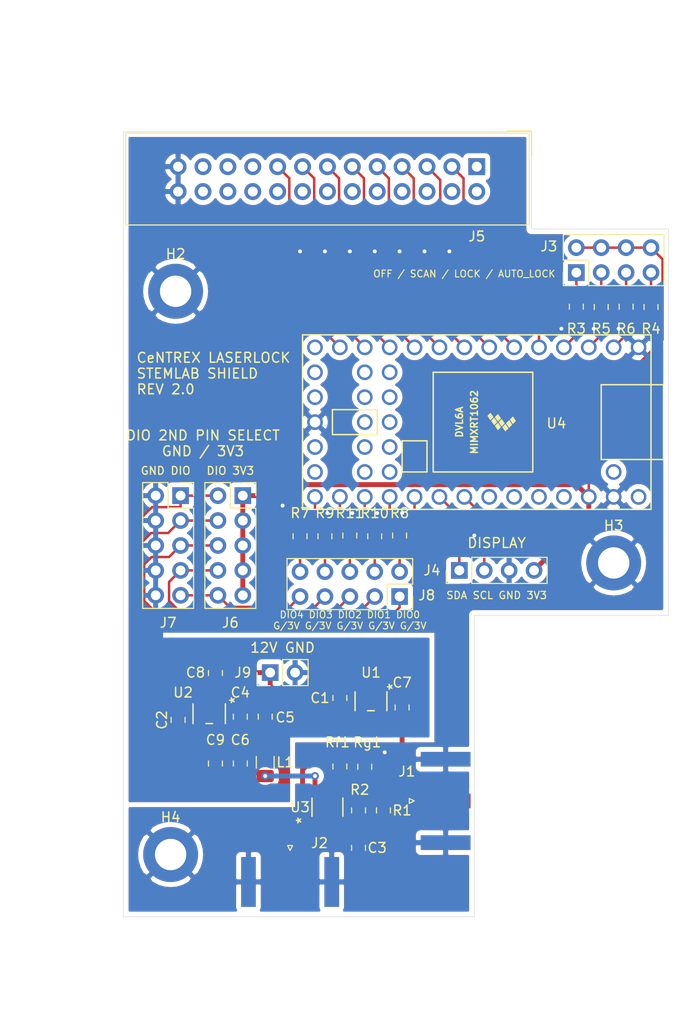
<source format=kicad_pcb>
(kicad_pcb (version 20171130) (host pcbnew "(5.1.5)-3")
  (layers (0 F.Cu signal) (31 B.Cu signal) (34 B.Paste user) (35 F.Paste user) (36 B.SilkS user) (37 F.SilkS user) (38 B.Mask user) (39 F.Mask user) (44 Edge.Cuts user))
  (net 0 "")
  (net 1 +12V)
  (net 2 GND)
  (net 3 "Net-(C2-Pad1)")
  (net 4 "Net-(C3-Pad1)")
  (net 5 "Net-(C4-Pad1)")
  (net 6 Vs)
  (net 7 Vref)
  (net 8 "Net-(J1-Pad1)")
  (net 9 "Net-(J2-Pad1)")
  (net 10 +3V3)
  (net 11 AUTO_LOCK)
  (net 12 LOCK)
  (net 13 SCAN)
  (net 14 OFF)
  (net 15 SCL_DISPLAY)
  (net 16 SDA_DISPLAY)
  (net 17 "Net-(J5-Pad24)")
  (net 18 "Net-(J5-Pad23)")
  (net 19 "Net-(J5-Pad22)")
  (net 20 "Net-(J5-Pad21)")
  (net 21 "Net-(J5-Pad20)")
  (net 22 "Net-(J5-Pad19)")
  (net 23 DIO7_N)
  (net 24 DIO7_P)
  (net 25 DIO6_N)
  (net 26 DIO6_P)
  (net 27 DIO5_N)
  (net 28 DIO5_P)
  (net 29 DIO4_N)
  (net 30 DIO4_P)
  (net 31 DIO3_N)
  (net 32 DIO3_P)
  (net 33 DIO2_N)
  (net 34 DIO2_P)
  (net 35 DIO1_N)
  (net 36 DIO1_P)
  (net 37 DIO0_N)
  (net 38 DIO0_P)
  (net 39 "Net-(J5-Pad2)")
  (net 40 "Net-(J5-Pad1)")
  (net 41 "Net-(Rf1-Pad1)")
  (net 42 "Net-(U1-Pad1)")
  (net 43 "Net-(U3-Pad5)")
  (net 44 "Net-(U4-Pad44)")
  (net 45 "Net-(U4-Pad43)")
  (net 46 "Net-(U4-Pad42)")
  (net 47 "Net-(U4-Pad41)")
  (net 48 "Net-(U4-Pad40)")
  (net 49 "Net-(U4-Pad39)")
  (net 50 "Net-(U4-Pad38)")
  (net 51 "Net-(U4-Pad37)")
  (net 52 "Net-(U4-Pad36)")
  (net 53 "Net-(U4-Pad35)")
  (net 54 "Net-(U4-Pad34)")
  (net 55 "Net-(U4-Pad33)")
  (net 56 "Net-(U4-Pad30)")
  (net 57 "Net-(U4-Pad29)")
  (net 58 "Net-(U4-Pad28)")
  (net 59 "Net-(U4-Pad27)")
  (net 60 "Net-(U4-Pad14)")
  (net 61 "Net-(U4-Pad15)")
  (net 62 "Net-(U4-Pad16)")
  (net 63 "Net-(U4-Pad19)")
  (net 64 "Net-(U4-Pad18)")
  (net 65 GND_3V3_4)
  (net 66 GND_3V3_3)
  (net 67 GND_3V3_2)
  (net 68 GND_3V3_1)
  (net 69 GND_3V3_0)
  (net 70 DIO4)
  (net 71 DIO3)
  (net 72 DIO2)
  (net 73 DIO1)
  (net 74 DIO0)
  (module Connector_IDC:IDC-Header_2x13_P2.54mm_Vertical (layer F.Cu) (at 224.79 51.562 270)
    (fp_text reference J5 (at 7.112 0 180) (layer F.SilkS))
    (fp_text value Conn_02x13_Odd_Even)
    (pad 26 thru_hole oval (at 2.54 30.48 270) (size 1.7272 1.7272) (drill 1.016) (layers *.Cu *.Mask) (net 2 GND))
    (pad 25 thru_hole oval (at 0 30.48 270) (size 1.7272 1.7272) (drill 1.016) (layers *.Cu *.Mask) (net 2 GND))
    (pad 24 thru_hole oval (at 2.54 27.94 270) (size 1.7272 1.7272) (drill 1.016) (layers *.Cu *.Mask) (net 17 "Net-(J5-Pad24)"))
    (pad 23 thru_hole oval (at 0 27.94 270) (size 1.7272 1.7272) (drill 1.016) (layers *.Cu *.Mask) (net 18 "Net-(J5-Pad23)"))
    (pad 22 thru_hole oval (at 2.54 25.4 270) (size 1.7272 1.7272) (drill 1.016) (layers *.Cu *.Mask) (net 19 "Net-(J5-Pad22)"))
    (pad 21 thru_hole oval (at 0 25.4 270) (size 1.7272 1.7272) (drill 1.016) (layers *.Cu *.Mask) (net 20 "Net-(J5-Pad21)"))
    (pad 20 thru_hole oval (at 2.54 22.86 270) (size 1.7272 1.7272) (drill 1.016) (layers *.Cu *.Mask) (net 21 "Net-(J5-Pad20)"))
    (pad 19 thru_hole oval (at 0 22.86 270) (size 1.7272 1.7272) (drill 1.016) (layers *.Cu *.Mask) (net 22 "Net-(J5-Pad19)"))
    (pad 18 thru_hole oval (at 2.54 20.32 270) (size 1.7272 1.7272) (drill 1.016) (layers *.Cu *.Mask) (net 23 DIO7_N))
    (pad 17 thru_hole oval (at 0 20.32 270) (size 1.7272 1.7272) (drill 1.016) (layers *.Cu *.Mask) (net 24 DIO7_P))
    (pad 16 thru_hole oval (at 2.54 17.78 270) (size 1.7272 1.7272) (drill 1.016) (layers *.Cu *.Mask) (net 25 DIO6_N))
    (pad 15 thru_hole oval (at 0 17.78 270) (size 1.7272 1.7272) (drill 1.016) (layers *.Cu *.Mask) (net 26 DIO6_P))
    (pad 14 thru_hole oval (at 2.54 15.24 270) (size 1.7272 1.7272) (drill 1.016) (layers *.Cu *.Mask) (net 27 DIO5_N))
    (pad 13 thru_hole oval (at 0 15.24 270) (size 1.7272 1.7272) (drill 1.016) (layers *.Cu *.Mask) (net 28 DIO5_P))
    (pad 12 thru_hole oval (at 2.54 12.7 270) (size 1.7272 1.7272) (drill 1.016) (layers *.Cu *.Mask) (net 29 DIO4_N))
    (pad 11 thru_hole oval (at 0 12.7 270) (size 1.7272 1.7272) (drill 1.016) (layers *.Cu *.Mask) (net 30 DIO4_P))
    (pad 10 thru_hole oval (at 2.54 10.16 270) (size 1.7272 1.7272) (drill 1.016) (layers *.Cu *.Mask) (net 31 DIO3_N))
    (pad 9 thru_hole oval (at 0 10.16 270) (size 1.7272 1.7272) (drill 1.016) (layers *.Cu *.Mask) (net 32 DIO3_P))
    (pad 8 thru_hole oval (at 2.54 7.62 270) (size 1.7272 1.7272) (drill 1.016) (layers *.Cu *.Mask) (net 33 DIO2_N))
    (pad 7 thru_hole oval (at 0 7.62 270) (size 1.7272 1.7272) (drill 1.016) (layers *.Cu *.Mask) (net 34 DIO2_P))
    (pad 6 thru_hole oval (at 2.54 5.08 270) (size 1.7272 1.7272) (drill 1.016) (layers *.Cu *.Mask) (net 35 DIO1_N))
    (pad 5 thru_hole oval (at 0 5.08 270) (size 1.7272 1.7272) (drill 1.016) (layers *.Cu *.Mask) (net 36 DIO1_P))
    (pad 4 thru_hole oval (at 2.54 2.54 270) (size 1.7272 1.7272) (drill 1.016) (layers *.Cu *.Mask) (net 37 DIO0_N))
    (pad 3 thru_hole oval (at 0 2.54 270) (size 1.7272 1.7272) (drill 1.016) (layers *.Cu *.Mask) (net 38 DIO0_P))
    (pad 2 thru_hole oval (at 2.54 0 270) (size 1.7272 1.7272) (drill 1.016) (layers *.Cu *.Mask) (net 39 "Net-(J5-Pad2)"))
    (pad 1 thru_hole rect (at 0 0 270) (size 1.7272 1.7272) (drill 1.016) (layers *.Cu *.Mask) (net 40 "Net-(J5-Pad1)"))
  )
  (module Connector_PinHeader_2.54mm:PinHeader_1x02_P2.54mm_Vertical (layer F.Cu) (at 203.708 103.124 90)
    (fp_text reference J9 (at 0 -2.794 180) (layer F.SilkS))
    (fp_text value Conn_01x02)
    (pad 2 thru_hole oval (at 0 2.54 90) (size 1.7 1.7) (drill 1) (layers *.Cu *.Mask) (net 2 GND))
    (pad 1 thru_hole rect (at 0 0 90) (size 1.7 1.7) (drill 1) (layers *.Cu *.Mask) (net 1 +12V))
  )
  (module MountingHole:MountingHole_3.2mm_M3_DIN965_Pad (layer F.Cu) (at 193.548 121.666)
    (fp_text reference H4 (at 0 -3.8) (layer F.SilkS))
    (fp_text value MountingHole_Pad)
    (pad 1 thru_hole circle (at 0 0) (size 5.6 5.6) (drill 3.2) (layers *.Cu *.Mask) (net 2 GND))
  )
  (module MountingHole:MountingHole_3.2mm_M3_DIN965_Pad (layer F.Cu) (at 238.76 91.948)
    (fp_text reference H3 (at 0 -3.8) (layer F.SilkS))
    (fp_text value MountingHole_Pad)
    (pad 1 thru_hole circle (at 0 0) (size 5.6 5.6) (drill 3.2) (layers *.Cu *.Mask) (net 2 GND))
  )
  (module MountingHole:MountingHole_3.2mm_M3_DIN965_Pad (layer F.Cu) (at 194.056 64.262)
    (fp_text reference H2 (at 0 -3.8) (layer F.SilkS))
    (fp_text value MountingHole_Pad)
    (pad 1 thru_hole circle (at 0 0) (size 5.6 5.6) (drill 3.2) (layers *.Cu *.Mask) (net 2 GND))
  )
  (module Resistor_SMD:R_0805_2012Metric (layer F.Cu) (at 211.836 89.154 270)
    (fp_text reference R11 (at -2.286 0 180) (layer F.SilkS))
    (fp_text value PULLDOWN)
    (pad 2 smd roundrect (at 0.9375 0 270) (size 0.975 1.4) (layers F.Cu F.Paste F.Mask) (net 72 DIO2))
    (pad 1 smd roundrect (at -0.9375 0 270) (size 0.975 1.4) (layers F.Cu F.Paste F.Mask) (net 2 GND))
  )
  (module Resistor_SMD:R_0805_2012Metric (layer F.Cu) (at 214.376 89.2325 270)
    (fp_text reference R10 (at -2.3645 0 180) (layer F.SilkS))
    (fp_text value PULLDOWN)
    (pad 2 smd roundrect (at 0.9375 0 270) (size 0.975 1.4) (layers F.Cu F.Paste F.Mask) (net 73 DIO1))
    (pad 1 smd roundrect (at -0.9375 0 270) (size 0.975 1.4) (layers F.Cu F.Paste F.Mask) (net 2 GND))
  )
  (module Resistor_SMD:R_0805_2012Metric (layer F.Cu) (at 209.296 89.2325 90)
    (fp_text reference R9 (at 2.3645 0 180) (layer F.SilkS))
    (fp_text value PULLDOWN)
    (pad 2 smd roundrect (at 0.9375 0 90) (size 0.975 1.4) (layers F.Cu F.Paste F.Mask) (net 2 GND))
    (pad 1 smd roundrect (at -0.9375 0 90) (size 0.975 1.4) (layers F.Cu F.Paste F.Mask) (net 71 DIO3))
  )
  (module Resistor_SMD:R_0805_2012Metric (layer F.Cu) (at 216.916 89.154 270)
    (fp_text reference R8 (at -2.286 0 180) (layer F.SilkS))
    (fp_text value PULLDOWN)
    (pad 2 smd roundrect (at 0.9375 0 270) (size 0.975 1.4) (layers F.Cu F.Paste F.Mask) (net 74 DIO0))
    (pad 1 smd roundrect (at -0.9375 0 270) (size 0.975 1.4) (layers F.Cu F.Paste F.Mask) (net 2 GND))
  )
  (module Resistor_SMD:R_0805_2012Metric (layer F.Cu) (at 206.756 89.2325 90)
    (fp_text reference R7 (at 2.3645 0 180) (layer F.SilkS))
    (fp_text value PULLDOWN)
    (pad 2 smd roundrect (at 0.9375 0 90) (size 0.975 1.4) (layers F.Cu F.Paste F.Mask) (net 2 GND))
    (pad 1 smd roundrect (at -0.9375 0 90) (size 0.975 1.4) (layers F.Cu F.Paste F.Mask) (net 70 DIO4))
  )
  (module Connector_PinSocket_2.54mm:PinSocket_2x05_P2.54mm_Vertical (layer F.Cu) (at 216.916 95.377 270)
    (fp_text reference J8 (at -0.127 -2.77 180) (layer F.SilkS))
    (fp_text value Conn_02x05_Odd_Even)
    (pad 10 thru_hole oval (at -2.54 10.16 270) (size 1.7 1.7) (drill 1) (layers *.Cu *.Mask) (net 70 DIO4))
    (pad 9 thru_hole oval (at 0 10.16 270) (size 1.7 1.7) (drill 1) (layers *.Cu *.Mask) (net 65 GND_3V3_4))
    (pad 8 thru_hole oval (at -2.54 7.62 270) (size 1.7 1.7) (drill 1) (layers *.Cu *.Mask) (net 71 DIO3))
    (pad 7 thru_hole oval (at 0 7.62 270) (size 1.7 1.7) (drill 1) (layers *.Cu *.Mask) (net 66 GND_3V3_3))
    (pad 6 thru_hole oval (at -2.54 5.08 270) (size 1.7 1.7) (drill 1) (layers *.Cu *.Mask) (net 72 DIO2))
    (pad 5 thru_hole oval (at 0 5.08 270) (size 1.7 1.7) (drill 1) (layers *.Cu *.Mask) (net 67 GND_3V3_2))
    (pad 4 thru_hole oval (at -2.54 2.54 270) (size 1.7 1.7) (drill 1) (layers *.Cu *.Mask) (net 73 DIO1))
    (pad 3 thru_hole oval (at 0 2.54 270) (size 1.7 1.7) (drill 1) (layers *.Cu *.Mask) (net 68 GND_3V3_1))
    (pad 2 thru_hole oval (at -2.54 0 270) (size 1.7 1.7) (drill 1) (layers *.Cu *.Mask) (net 74 DIO0))
    (pad 1 thru_hole rect (at 0 0 270) (size 1.7 1.7) (drill 1) (layers *.Cu *.Mask) (net 69 GND_3V3_0))
  )
  (module Connector_PinSocket_2.54mm:PinSocket_2x05_P2.54mm_Vertical (layer F.Cu) (at 194.564 85.09)
    (fp_text reference J7 (at -1.27 12.954) (layer F.SilkS))
    (fp_text value Conn_02x05_Odd_Even)
    (pad 10 thru_hole oval (at -2.54 10.16) (size 1.7 1.7) (drill 1) (layers *.Cu *.Mask) (net 2 GND))
    (pad 9 thru_hole oval (at 0 10.16) (size 1.7 1.7) (drill 1) (layers *.Cu *.Mask) (net 65 GND_3V3_4))
    (pad 8 thru_hole oval (at -2.54 7.62) (size 1.7 1.7) (drill 1) (layers *.Cu *.Mask) (net 2 GND))
    (pad 7 thru_hole oval (at 0 7.62) (size 1.7 1.7) (drill 1) (layers *.Cu *.Mask) (net 66 GND_3V3_3))
    (pad 6 thru_hole oval (at -2.54 5.08) (size 1.7 1.7) (drill 1) (layers *.Cu *.Mask) (net 2 GND))
    (pad 5 thru_hole oval (at 0 5.08) (size 1.7 1.7) (drill 1) (layers *.Cu *.Mask) (net 67 GND_3V3_2))
    (pad 4 thru_hole oval (at -2.54 2.54) (size 1.7 1.7) (drill 1) (layers *.Cu *.Mask) (net 2 GND))
    (pad 3 thru_hole oval (at 0 2.54) (size 1.7 1.7) (drill 1) (layers *.Cu *.Mask) (net 68 GND_3V3_1))
    (pad 2 thru_hole oval (at -2.54 0) (size 1.7 1.7) (drill 1) (layers *.Cu *.Mask) (net 2 GND))
    (pad 1 thru_hole rect (at 0 0) (size 1.7 1.7) (drill 1) (layers *.Cu *.Mask) (net 69 GND_3V3_0))
  )
  (module Connector_PinSocket_2.54mm:PinSocket_2x05_P2.54mm_Vertical (layer F.Cu) (at 200.914 85.09)
    (fp_text reference J6 (at -1.27 12.954) (layer F.SilkS))
    (fp_text value Conn_02x05_Odd_Even)
    (pad 10 thru_hole oval (at -2.54 10.16) (size 1.7 1.7) (drill 1) (layers *.Cu *.Mask) (net 65 GND_3V3_4))
    (pad 9 thru_hole oval (at 0 10.16) (size 1.7 1.7) (drill 1) (layers *.Cu *.Mask) (net 10 +3V3))
    (pad 8 thru_hole oval (at -2.54 7.62) (size 1.7 1.7) (drill 1) (layers *.Cu *.Mask) (net 66 GND_3V3_3))
    (pad 7 thru_hole oval (at 0 7.62) (size 1.7 1.7) (drill 1) (layers *.Cu *.Mask) (net 10 +3V3))
    (pad 6 thru_hole oval (at -2.54 5.08) (size 1.7 1.7) (drill 1) (layers *.Cu *.Mask) (net 67 GND_3V3_2))
    (pad 5 thru_hole oval (at 0 5.08) (size 1.7 1.7) (drill 1) (layers *.Cu *.Mask) (net 10 +3V3))
    (pad 4 thru_hole oval (at -2.54 2.54) (size 1.7 1.7) (drill 1) (layers *.Cu *.Mask) (net 68 GND_3V3_1))
    (pad 3 thru_hole oval (at 0 2.54) (size 1.7 1.7) (drill 1) (layers *.Cu *.Mask) (net 10 +3V3))
    (pad 2 thru_hole oval (at -2.54 0) (size 1.7 1.7) (drill 1) (layers *.Cu *.Mask) (net 69 GND_3V3_0))
    (pad 1 thru_hole rect (at 0 0) (size 1.7 1.7) (drill 1) (layers *.Cu *.Mask) (net 10 +3V3))
  )
  (module Connector_PinHeader_2.54mm:PinHeader_2x04_P2.54mm_Vertical (layer F.Cu) (at 234.95 62.357 90)
    (fp_text reference J3 (at 2.667 -2.794 180) (layer F.SilkS))
    (fp_text value Conn_01x08)
    (pad 1 thru_hole rect (at 0 0 90) (size 1.7 1.7) (drill 1) (layers *.Cu *.Mask) (net 14 OFF))
    (pad 2 thru_hole oval (at 2.54 0 90) (size 1.7 1.7) (drill 1) (layers *.Cu *.Mask) (net 10 +3V3))
    (pad 3 thru_hole oval (at 0 2.54 90) (size 1.7 1.7) (drill 1) (layers *.Cu *.Mask) (net 13 SCAN))
    (pad 4 thru_hole oval (at 2.54 2.54 90) (size 1.7 1.7) (drill 1) (layers *.Cu *.Mask) (net 10 +3V3))
    (pad 5 thru_hole oval (at 0 5.08 90) (size 1.7 1.7) (drill 1) (layers *.Cu *.Mask) (net 12 LOCK))
    (pad 6 thru_hole oval (at 2.54 5.08 90) (size 1.7 1.7) (drill 1) (layers *.Cu *.Mask) (net 10 +3V3))
    (pad 7 thru_hole oval (at 0 7.62 90) (size 1.7 1.7) (drill 1) (layers *.Cu *.Mask) (net 11 AUTO_LOCK))
    (pad 8 thru_hole oval (at 2.54 7.62 90) (size 1.7 1.7) (drill 1) (layers *.Cu *.Mask) (net 10 +3V3))
  )
  (module Resistor_SMD:R_0805_2012Metric (layer F.Cu) (at 240.03 65.8345 90)
    (fp_text reference R6 (at -2.2375 0 180) (layer F.SilkS))
    (fp_text value PULLDOWN)
    (pad 2 smd roundrect (at 0.9375 0 90) (size 0.975 1.4) (layers F.Cu F.Paste F.Mask) (net 12 LOCK))
    (pad 1 smd roundrect (at -0.9375 0 90) (size 0.975 1.4) (layers F.Cu F.Paste F.Mask) (net 2 GND))
  )
  (module Resistor_SMD:R_0805_2012Metric (layer F.Cu) (at 237.49 65.8645 270)
    (fp_text reference R5 (at 2.2075 0 180) (layer F.SilkS))
    (fp_text value PULLDOWN)
    (pad 2 smd roundrect (at 0.9375 0 270) (size 0.975 1.4) (layers F.Cu F.Paste F.Mask) (net 2 GND))
    (pad 1 smd roundrect (at -0.9375 0 270) (size 0.975 1.4) (layers F.Cu F.Paste F.Mask) (net 13 SCAN))
  )
  (module Resistor_SMD:R_0805_2012Metric (layer F.Cu) (at 242.57 65.8645 90)
    (fp_text reference R4 (at -2.2075 0 180) (layer F.SilkS))
    (fp_text value PULLDOWN)
    (pad 2 smd roundrect (at 0.9375 0 90) (size 0.975 1.4) (layers F.Cu F.Paste F.Mask) (net 11 AUTO_LOCK))
    (pad 1 smd roundrect (at -0.9375 0 90) (size 0.975 1.4) (layers F.Cu F.Paste F.Mask) (net 2 GND))
  )
  (module Resistor_SMD:R_0805_2012Metric (layer F.Cu) (at 234.95 65.8345 270)
    (fp_text reference R3 (at 2.2375 0 180) (layer F.SilkS))
    (fp_text value PULLDOWN)
    (pad 2 smd roundrect (at 0.9375 0 270) (size 0.975 1.4) (layers F.Cu F.Paste F.Mask) (net 2 GND))
    (pad 1 smd roundrect (at -0.9375 0 270) (size 0.975 1.4) (layers F.Cu F.Paste F.Mask) (net 14 OFF))
  )
  (module footprints:Teensy40 (layer F.Cu) (at 224.79 77.597 180)
    (fp_text reference U4 (at -8.128 -0.127) (layer F.SilkS))
    (fp_text value Teensy4.0)
    (fp_text user DVL6A (at 1.778 0 90) (layer F.SilkS) (effects (font (size 0.7 0.7))))
    (fp_text user MIMXRT1062 (at 0.254 0 90) (layer F.SilkS) (effects (font (size 0.7 0.7))))
    (pad 44 thru_hole circle (at 8.89 5.08 180) (size 1.6 1.6) (drill 1.1) (layers *.Cu *.Mask) (net 44 "Net-(U4-Pad44)"))
    (pad 43 thru_hole circle (at 11.43 5.08 180) (size 1.6 1.6) (drill 1.1) (layers *.Cu *.Mask) (net 45 "Net-(U4-Pad43)"))
    (pad 42 thru_hole circle (at 8.89 2.54 180) (size 1.6 1.6) (drill 1.1) (layers *.Cu *.Mask) (net 46 "Net-(U4-Pad42)"))
    (pad 41 thru_hole circle (at 11.43 2.54 180) (size 1.6 1.6) (drill 1.1) (layers *.Cu *.Mask) (net 47 "Net-(U4-Pad41)"))
    (pad 40 thru_hole circle (at 8.89 0 180) (size 1.6 1.6) (drill 1.1) (layers *.Cu *.Mask) (net 48 "Net-(U4-Pad40)"))
    (pad 39 thru_hole circle (at 11.43 0 180) (size 1.6 1.6) (drill 1.1) (layers *.Cu *.Mask) (net 49 "Net-(U4-Pad39)"))
    (pad 38 thru_hole circle (at 8.89 -2.54 180) (size 1.6 1.6) (drill 1.1) (layers *.Cu *.Mask) (net 50 "Net-(U4-Pad38)"))
    (pad 37 thru_hole circle (at 11.43 -2.54 180) (size 1.6 1.6) (drill 1.1) (layers *.Cu *.Mask) (net 51 "Net-(U4-Pad37)"))
    (pad 36 thru_hole circle (at 8.89 -5.08 180) (size 1.6 1.6) (drill 1.1) (layers *.Cu *.Mask) (net 52 "Net-(U4-Pad36)"))
    (pad 35 thru_hole circle (at 11.43 -5.08 180) (size 1.6 1.6) (drill 1.1) (layers *.Cu *.Mask) (net 53 "Net-(U4-Pad35)"))
    (pad 1 thru_hole circle (at -16.51 7.62 180) (size 1.6 1.6) (drill 1.1) (layers *.Cu *.Mask) (net 2 GND))
    (pad 2 thru_hole circle (at -13.97 7.62 180) (size 1.6 1.6) (drill 1.1) (layers *.Cu *.Mask) (net 11 AUTO_LOCK))
    (pad 3 thru_hole circle (at -11.43 7.62 180) (size 1.6 1.6) (drill 1.1) (layers *.Cu *.Mask) (net 12 LOCK))
    (pad 4 thru_hole circle (at -8.89 7.62 180) (size 1.6 1.6) (drill 1.1) (layers *.Cu *.Mask) (net 13 SCAN))
    (pad 5 thru_hole circle (at -6.35 7.62 180) (size 1.6 1.6) (drill 1.1) (layers *.Cu *.Mask) (net 14 OFF))
    (pad 6 thru_hole circle (at -3.81 7.62 180) (size 1.6 1.6) (drill 1.1) (layers *.Cu *.Mask) (net 38 DIO0_P))
    (pad 7 thru_hole circle (at -1.27 7.62 180) (size 1.6 1.6) (drill 1.1) (layers *.Cu *.Mask) (net 36 DIO1_P))
    (pad 8 thru_hole circle (at 1.27 7.62 180) (size 1.6 1.6) (drill 1.1) (layers *.Cu *.Mask) (net 34 DIO2_P))
    (pad 9 thru_hole circle (at 3.81 7.62 180) (size 1.6 1.6) (drill 1.1) (layers *.Cu *.Mask) (net 32 DIO3_P))
    (pad 10 thru_hole circle (at 6.35 7.62 180) (size 1.6 1.6) (drill 1.1) (layers *.Cu *.Mask) (net 30 DIO4_P))
    (pad 11 thru_hole circle (at 8.89 7.62 180) (size 1.6 1.6) (drill 1.1) (layers *.Cu *.Mask) (net 28 DIO5_P))
    (pad 12 thru_hole circle (at 11.43 7.62 180) (size 1.6 1.6) (drill 1.1) (layers *.Cu *.Mask) (net 26 DIO6_P))
    (pad 13 thru_hole circle (at 13.97 7.62 180) (size 1.6 1.6) (drill 1.1) (layers *.Cu *.Mask) (net 24 DIO7_P))
    (pad 34 thru_hole circle (at -13.97 -5.08 180) (size 1.6 1.6) (drill 1.1) (layers *.Cu *.Mask) (net 54 "Net-(U4-Pad34)"))
    (pad 33 thru_hole circle (at -16.51 -7.62 180) (size 1.6 1.6) (drill 1.1) (layers *.Cu *.Mask) (net 55 "Net-(U4-Pad33)"))
    (pad 32 thru_hole circle (at -13.97 -7.62 180) (size 1.6 1.6) (drill 1.1) (layers *.Cu *.Mask) (net 2 GND))
    (pad 31 thru_hole circle (at -11.43 -7.62 180) (size 1.6 1.6) (drill 1.1) (layers *.Cu *.Mask) (net 10 +3V3))
    (pad 30 thru_hole circle (at -8.89 -7.62 180) (size 1.6 1.6) (drill 1.1) (layers *.Cu *.Mask) (net 56 "Net-(U4-Pad30)"))
    (pad 29 thru_hole circle (at -6.35 -7.62 180) (size 1.6 1.6) (drill 1.1) (layers *.Cu *.Mask) (net 57 "Net-(U4-Pad29)"))
    (pad 28 thru_hole circle (at -3.81 -7.62 180) (size 1.6 1.6) (drill 1.1) (layers *.Cu *.Mask) (net 58 "Net-(U4-Pad28)"))
    (pad 27 thru_hole circle (at -1.27 -7.62 180) (size 1.6 1.6) (drill 1.1) (layers *.Cu *.Mask) (net 59 "Net-(U4-Pad27)"))
    (pad 26 thru_hole circle (at 1.27 -7.62 180) (size 1.6 1.6) (drill 1.1) (layers *.Cu *.Mask) (net 15 SCL_DISPLAY))
    (pad 25 thru_hole circle (at 3.81 -7.62 180) (size 1.6 1.6) (drill 1.1) (layers *.Cu *.Mask) (net 16 SDA_DISPLAY))
    (pad 24 thru_hole circle (at 6.35 -7.62 180) (size 1.6 1.6) (drill 1.1) (layers *.Cu *.Mask) (net 74 DIO0))
    (pad 23 thru_hole circle (at 8.89 -7.62 180) (size 1.6 1.6) (drill 1.1) (layers *.Cu *.Mask) (net 73 DIO1))
    (pad 22 thru_hole circle (at 11.43 -7.62 180) (size 1.6 1.6) (drill 1.1) (layers *.Cu *.Mask) (net 72 DIO2))
    (pad 21 thru_hole circle (at 13.97 -7.62 180) (size 1.6 1.6) (drill 1.1) (layers *.Cu *.Mask) (net 71 DIO3))
    (pad 14 thru_hole circle (at 16.51 7.62 180) (size 1.6 1.6) (drill 1.1) (layers *.Cu *.Mask) (net 60 "Net-(U4-Pad14)"))
    (pad 15 thru_hole circle (at 16.51 5.08 180) (size 1.6 1.6) (drill 1.1) (layers *.Cu *.Mask) (net 61 "Net-(U4-Pad15)"))
    (pad 16 thru_hole circle (at 16.51 2.54 180) (size 1.6 1.6) (drill 1.1) (layers *.Cu *.Mask) (net 62 "Net-(U4-Pad16)"))
    (pad 20 thru_hole circle (at 16.51 -7.62 180) (size 1.6 1.6) (drill 1.1) (layers *.Cu *.Mask) (net 70 DIO4))
    (pad 19 thru_hole circle (at 16.51 -5.08 180) (size 1.6 1.6) (drill 1.1) (layers *.Cu *.Mask) (net 63 "Net-(U4-Pad19)"))
    (pad 18 thru_hole circle (at 16.51 -2.54 180) (size 1.6 1.6) (drill 1.1) (layers *.Cu *.Mask) (net 64 "Net-(U4-Pad18)"))
    (pad 17 thru_hole circle (at 16.51 0 180) (size 1.6 1.6) (drill 1.1) (layers *.Cu *.Mask) (net 2 GND))
  )
  (module footprints:ADA4841-1YRJZ-R7 (layer F.Cu) (at 209.55 116.84 90)
    (fp_text reference U3 (at 0 -2.794 180) (layer F.SilkS))
    (fp_text value " " (at 0 0 90) (layer F.SilkS))
    (fp_text user * (at -1.354 -2.6238 90) (layer F.SilkS))
    (pad 6 smd rect (at 1.1 -0.950001 90) (size 1.5112 0.5308) (layers F.Cu F.Paste F.Mask) (net 6 Vs))
    (pad 5 smd rect (at 1.1 0 90) (size 1.5112 0.5308) (layers F.Cu F.Paste F.Mask) (net 43 "Net-(U3-Pad5)"))
    (pad 4 smd rect (at 1.1 0.950001 90) (size 1.5112 0.5308) (layers F.Cu F.Paste F.Mask) (net 41 "Net-(Rf1-Pad1)"))
    (pad 3 smd rect (at -1.1 0.950001 90) (size 1.5112 0.5308) (layers F.Cu F.Paste F.Mask) (net 4 "Net-(C3-Pad1)"))
    (pad 2 smd rect (at -1.1 0 90) (size 1.5112 0.5308) (layers F.Cu F.Paste F.Mask) (net 2 GND))
    (pad 1 smd rect (at -1.1 -0.950001 90) (size 1.5112 0.5308) (layers F.Cu F.Paste F.Mask) (net 9 "Net-(J2-Pad1)"))
  )
  (module footprints:LP2985-10DBVR (layer F.Cu) (at 197.485 107.315 270)
    (fp_text reference U2 (at -2.159 2.667 180) (layer F.SilkS))
    (fp_text value " " (at 0 0 90) (layer F.SilkS))
    (fp_text user * (at -1.3716 -2.6518 90) (layer F.SilkS))
    (pad 5 smd rect (at 1.1176 -0.950001 270) (size 1.4732 0.5588) (layers F.Cu F.Paste F.Mask) (net 5 "Net-(C4-Pad1)"))
    (pad 4 smd rect (at 1.1176 0.950001 270) (size 1.4732 0.5588) (layers F.Cu F.Paste F.Mask) (net 3 "Net-(C2-Pad1)"))
    (pad 3 smd rect (at -1.1176 0.950001 270) (size 1.4732 0.5588) (layers F.Cu F.Paste F.Mask) (net 1 +12V))
    (pad 2 smd rect (at -1.1176 0 270) (size 1.4732 0.5588) (layers F.Cu F.Paste F.Mask) (net 2 GND))
    (pad 1 smd rect (at -1.1176 -0.950001 270) (size 1.4732 0.5588) (layers F.Cu F.Paste F.Mask) (net 1 +12V))
  )
  (module footprints:LM4120AIM5-5.0&slash_NOPB (layer F.Cu) (at 213.995 106.045 270)
    (fp_text reference U1 (at -2.921 0 180) (layer F.SilkS))
    (fp_text value " " (at 0 0 90) (layer F.SilkS))
    (fp_text user * (at -1.4732 -2.2479 90) (layer F.SilkS))
    (pad 5 smd rect (at 1.2192 -0.9525 270) (size 1.27 0.5588) (layers F.Cu F.Paste F.Mask) (net 7 Vref))
    (pad 4 smd rect (at 1.2192 0.9525 270) (size 1.27 0.5588) (layers F.Cu F.Paste F.Mask) (net 1 +12V))
    (pad 3 smd rect (at -1.2192 0.9525 270) (size 1.27 0.5588) (layers F.Cu F.Paste F.Mask) (net 1 +12V))
    (pad 2 smd rect (at -1.2192 0 270) (size 1.27 0.5588) (layers F.Cu F.Paste F.Mask) (net 2 GND))
    (pad 1 smd rect (at -1.2192 -0.9525 270) (size 1.27 0.5588) (layers F.Cu F.Paste F.Mask) (net 42 "Net-(U1-Pad1)"))
  )
  (module Resistor_SMD:R_0805_2012Metric (layer F.Cu) (at 213.36 112.7275 90)
    (fp_text reference Rg1 (at 2.4915 0.254 180) (layer F.SilkS))
    (fp_text value 110R)
    (pad 2 smd roundrect (at 0.9375 0 90) (size 0.975 1.4) (layers F.Cu F.Paste F.Mask) (net 2 GND))
    (pad 1 smd roundrect (at -0.9375 0 90) (size 0.975 1.4) (layers F.Cu F.Paste F.Mask) (net 41 "Net-(Rf1-Pad1)"))
  )
  (module Resistor_SMD:R_0805_2012Metric (layer F.Cu) (at 210.82 112.6975 90)
    (fp_text reference Rf1 (at 2.4615 -0.254 180) (layer F.SilkS))
    (fp_text value 510R)
    (pad 2 smd roundrect (at 0.9375 0 90) (size 0.975 1.4) (layers F.Cu F.Paste F.Mask) (net 9 "Net-(J2-Pad1)"))
    (pad 1 smd roundrect (at -0.9375 0 90) (size 0.975 1.4) (layers F.Cu F.Paste F.Mask) (net 41 "Net-(Rf1-Pad1)"))
  )
  (module Resistor_SMD:R_0805_2012Metric (layer F.Cu) (at 212.725 117.1725 270)
    (fp_text reference R2 (at -2.1105 -0.127 180) (layer F.SilkS))
    (fp_text value 2550R)
    (pad 2 smd roundrect (at 0.9375 0 270) (size 0.975 1.4) (layers F.Cu F.Paste F.Mask) (net 4 "Net-(C3-Pad1)"))
    (pad 1 smd roundrect (at -0.9375 0 270) (size 0.975 1.4) (layers F.Cu F.Paste F.Mask) (net 7 Vref))
  )
  (module Resistor_SMD:R_0805_2012Metric (layer F.Cu) (at 215.265 117.1725 270)
    (fp_text reference R1 (at 0 -1.905 180) (layer F.SilkS))
    (fp_text value 510R)
    (pad 2 smd roundrect (at 0.9375 0 270) (size 0.975 1.4) (layers F.Cu F.Paste F.Mask) (net 4 "Net-(C3-Pad1)"))
    (pad 1 smd roundrect (at -0.9375 0 270) (size 0.975 1.4) (layers F.Cu F.Paste F.Mask) (net 8 "Net-(J1-Pad1)"))
  )
  (module Inductor_SMD:L_1206_3216Metric (layer F.Cu) (at 203.2 112.265 270)
    (fp_text reference L1 (at 0 -2.032 180) (layer F.SilkS))
    (fp_text value L_Core_Ferrite)
    (pad 2 smd roundrect (at 1.4 0 270) (size 1.25 1.75) (layers F.Cu F.Paste F.Mask) (roundrect_rratio 0.2) (net 6 Vs))
    (pad 1 smd roundrect (at -1.4 0 270) (size 1.25 1.75) (layers F.Cu F.Paste F.Mask) (roundrect_rratio 0.2) (net 5 "Net-(C4-Pad1)"))
  )
  (module Connector_PinHeader_2.54mm:PinHeader_1x04_P2.54mm_Vertical (layer F.Cu) (at 223.012 92.71 90)
    (fp_text reference J4 (at 0 -2.794 180) (layer F.SilkS))
    (fp_text value Conn_01x04)
    (pad 4 thru_hole oval (at 0 7.62 90) (size 1.7 1.7) (drill 1) (layers *.Cu *.Mask) (net 10 +3V3))
    (pad 3 thru_hole oval (at 0 5.08 90) (size 1.7 1.7) (drill 1) (layers *.Cu *.Mask) (net 2 GND))
    (pad 2 thru_hole oval (at 0 2.54 90) (size 1.7 1.7) (drill 1) (layers *.Cu *.Mask) (net 15 SCL_DISPLAY))
    (pad 1 thru_hole rect (at 0 0 90) (size 1.7 1.7) (drill 1) (layers *.Cu *.Mask) (net 16 SDA_DISPLAY))
  )
  (module Connector_Coaxial:SMA_Amphenol_132289_EdgeMount (layer F.Cu) (at 205.74 124.46 270)
    (fp_text reference J2 (at -3.96 -3) (layer F.SilkS))
    (fp_text value Conn_Coaxial)
    (pad 1 smd rect (at 0 0) (size 1.5 5.08) (layers F.Cu F.Paste F.Mask) (net 9 "Net-(J2-Pad1)"))
    (pad 2 smd rect (at 0 -4.25) (size 1.5 5.08) (layers F.Cu F.Paste F.Mask) (net 2 GND))
    (pad 2 smd rect (at 0 4.25) (size 1.5 5.08) (layers F.Cu F.Paste F.Mask) (net 2 GND))
    (pad 2 smd rect (at 0 -4.25) (size 1.5 5.08) (layers B.Cu B.Paste B.Mask) (net 2 GND))
    (pad 2 smd rect (at 0 4.25) (size 1.5 5.08) (layers B.Cu B.Paste B.Mask) (net 2 GND))
  )
  (module Connector_Coaxial:SMA_Amphenol_132289_EdgeMount (layer F.Cu) (at 221.615 116.205)
    (fp_text reference J1 (at -3.96 -3 180) (layer F.SilkS))
    (fp_text value Conn_Coaxial)
    (pad 1 smd rect (at 0 0 90) (size 1.5 5.08) (layers F.Cu F.Paste F.Mask) (net 8 "Net-(J1-Pad1)"))
    (pad 2 smd rect (at 0 -4.25 90) (size 1.5 5.08) (layers F.Cu F.Paste F.Mask) (net 2 GND))
    (pad 2 smd rect (at 0 4.25 90) (size 1.5 5.08) (layers F.Cu F.Paste F.Mask) (net 2 GND))
    (pad 2 smd rect (at 0 -4.25 90) (size 1.5 5.08) (layers B.Cu B.Paste B.Mask) (net 2 GND))
    (pad 2 smd rect (at 0 4.25 90) (size 1.5 5.08) (layers B.Cu B.Paste B.Mask) (net 2 GND))
  )
  (module Capacitor_SMD:C_0805_2012Metric (layer F.Cu) (at 198.12 112.395 90)
    (fp_text reference C9 (at 2.413 0 180) (layer F.SilkS))
    (fp_text value 0.1u)
    (pad 2 smd roundrect (at 0.9375 0 90) (size 0.975 1.4) (layers F.Cu F.Paste F.Mask) (net 2 GND))
    (pad 1 smd roundrect (at -0.9375 0 90) (size 0.975 1.4) (layers F.Cu F.Paste F.Mask) (net 6 Vs))
  )
  (module Capacitor_SMD:C_0805_2012Metric (layer F.Cu) (at 198.12 103.1725 90)
    (fp_text reference C8 (at 0.0485 -2.032 180) (layer F.SilkS))
    (fp_text value 1u)
    (pad 2 smd roundrect (at 0.9375 0 90) (size 0.975 1.4) (layers F.Cu F.Paste F.Mask) (net 2 GND))
    (pad 1 smd roundrect (at -0.9375 0 90) (size 0.975 1.4) (layers F.Cu F.Paste F.Mask) (net 1 +12V))
  )
  (module Capacitor_SMD:C_0805_2012Metric (layer F.Cu) (at 217.17 106.68 90)
    (fp_text reference C7 (at 2.54 0 180) (layer F.SilkS))
    (fp_text value 0.022u)
    (pad 2 smd roundrect (at 0.9375 0 90) (size 0.975 1.4) (layers F.Cu F.Paste F.Mask) (net 2 GND))
    (pad 1 smd roundrect (at -0.9375 0 90) (size 0.975 1.4) (layers F.Cu F.Paste F.Mask) (net 7 Vref))
  )
  (module Capacitor_SMD:C_0805_2012Metric (layer F.Cu) (at 200.66 112.395 90)
    (fp_text reference C6 (at 2.413 0 180) (layer F.SilkS))
    (fp_text value 1u)
    (pad 2 smd roundrect (at 0.9375 0 90) (size 0.975 1.4) (layers F.Cu F.Paste F.Mask) (net 2 GND))
    (pad 1 smd roundrect (at -0.9375 0 90) (size 0.975 1.4) (layers F.Cu F.Paste F.Mask) (net 6 Vs))
  )
  (module Capacitor_SMD:C_0805_2012Metric (layer F.Cu) (at 203.2 107.6175 90)
    (fp_text reference C5 (at -0.0785 2.032 180) (layer F.SilkS))
    (fp_text value 10u)
    (pad 2 smd roundrect (at 0.9375 0 90) (size 0.975 1.4) (layers F.Cu F.Paste F.Mask) (net 2 GND))
    (pad 1 smd roundrect (at -0.9375 0 90) (size 0.975 1.4) (layers F.Cu F.Paste F.Mask) (net 5 "Net-(C4-Pad1)"))
  )
  (module Capacitor_SMD:C_0805_2012Metric (layer F.Cu) (at 200.66 107.6175 90)
    (fp_text reference C4 (at 2.4615 0 180) (layer F.SilkS))
    (fp_text value 2.2u)
    (pad 2 smd roundrect (at 0.9375 0 90) (size 0.975 1.4) (layers F.Cu F.Paste F.Mask) (net 2 GND))
    (pad 1 smd roundrect (at -0.9375 0 90) (size 0.975 1.4) (layers F.Cu F.Paste F.Mask) (net 5 "Net-(C4-Pad1)"))
  )
  (module Capacitor_SMD:C_0805_2012Metric (layer F.Cu) (at 212.725 120.9825 270)
    (fp_text reference C3 (at 0 -1.905 180) (layer F.SilkS))
    (fp_text value 1n)
    (pad 2 smd roundrect (at 0.9375 0 270) (size 0.975 1.4) (layers F.Cu F.Paste F.Mask) (net 2 GND))
    (pad 1 smd roundrect (at -0.9375 0 270) (size 0.975 1.4) (layers F.Cu F.Paste F.Mask) (net 4 "Net-(C3-Pad1)"))
  )
  (module Capacitor_SMD:C_0805_2012Metric (layer F.Cu) (at 194.31 107.95 90)
    (fp_text reference C2 (at 0 -1.65 90) (layer F.SilkS))
    (fp_text value C)
    (pad 2 smd roundrect (at 0.9375 0 90) (size 0.975 1.4) (layers F.Cu F.Paste F.Mask) (net 2 GND))
    (pad 1 smd roundrect (at -0.9375 0 90) (size 0.975 1.4) (layers F.Cu F.Paste F.Mask) (net 3 "Net-(C2-Pad1)"))
  )
  (module Capacitor_SMD:C_0805_2012Metric (layer F.Cu) (at 210.82 105.7125 90)
    (fp_text reference C1 (at 0 -2.032 180) (layer F.SilkS))
    (fp_text value 1u)
    (pad 2 smd roundrect (at 0.9375 0 90) (size 0.975 1.4) (layers F.Cu F.Paste F.Mask) (net 1 +12V))
    (pad 1 smd roundrect (at -0.9375 0 90) (size 0.975 1.4) (layers F.Cu F.Paste F.Mask) (net 2 GND))
  )
  (gr_text DISPLAY (at 226.822 89.916) (layer F.SilkS) (effects (font (size 1 1))))
  (gr_text "CeNTREX LASERLOCK\nSTEMLAB SHIELD\nREV 2.0" (at 189.992 72.644) (layer F.SilkS) (effects (font (size 1 1)) (justify left)))
  (gr_text "DIO 2ND PIN SELECT\nGND / 3V3" (at 196.85 79.756) (layer F.SilkS) (effects (font (size 1 1))))
  (gr_text "DIO4 DIO3 DIO2 DIO1 DIO0\nG/3V G/3V G/3V G/3V G/3V" (at 211.836 97.79) (layer F.SilkS) (effects (font (size 0.7 0.7) (thickness 0.11))))
  (gr_text "OFF / SCAN / LOCK / AUTO_LOCK" (at 223.52 62.484) (layer F.SilkS) (effects (font (size 0.7 0.7) (thickness 0.11))))
  (gr_text "DIO 3V3" (at 199.644 82.55) (layer F.SilkS) (effects (font (size 0.8 0.8) (thickness 0.13))))
  (gr_text "GND DIO" (at 193.04 82.55) (layer F.SilkS) (effects (font (size 0.8 0.8) (thickness 0.13))))
  (gr_text "12V GND" (at 204.978 100.584) (layer F.SilkS) (effects (font (size 1 1))))
  (gr_text "SDA SCL GND 3V3" (at 226.822 95.25) (layer F.SilkS) (effects (font (size 0.75 0.75) (thickness 0.12))))
  (gr_line (start 188.722 128.016) (end 210.82 128.016) (layer Edge.Cuts) (width 0.05))
  (gr_line (start 188.722 126.746) (end 188.722 128.016) (layer Edge.Cuts) (width 0.05))
  (gr_line (start 188.722 48.006) (end 188.722 126.746) (layer Edge.Cuts) (width 0.05))
  (gr_line (start 230.378 48.006) (end 188.722 48.006) (layer Edge.Cuts) (width 0.05))
  (gr_line (start 230.378 57.912) (end 230.378 48.006) (layer Edge.Cuts) (width 0.05))
  (gr_line (start 244.348 57.912) (end 230.378 57.912) (layer Edge.Cuts) (width 0.05))
  (gr_line (start 244.348 97.282) (end 244.348 57.912) (layer Edge.Cuts) (width 0.05))
  (gr_line (start 224.536 97.282) (end 244.348 97.282) (layer Edge.Cuts) (width 0.05))
  (gr_line (start 224.536 128.016) (end 224.536 97.282) (layer Edge.Cuts) (width 0.05))
  (gr_line (start 210.82 128.016) (end 224.536 128.016) (layer Edge.Cuts) (width 0.05))
  (segment (start 210.8708 104.8258) (end 210.82 104.775) (width 0.5) (layer F.Cu) (net 1))
  (segment (start 213.0425 104.8258) (end 210.8708 104.8258) (width 0.5) (layer F.Cu) (net 1))
  (segment (start 213.0425 107.2642) (end 213.0425 104.8258) (width 0.5) (layer F.Cu) (net 1))
  (segment (start 198.435001 104.425001) (end 198.12 104.11) (width 0.5) (layer F.Cu) (net 1))
  (segment (start 198.435001 106.1974) (end 198.435001 104.425001) (width 0.5) (layer F.Cu) (net 1))
  (segment (start 198.435001 105.321399) (end 198.435001 106.1974) (width 0.5) (layer F.Cu) (net 1))
  (segment (start 196.845599 105.010799) (end 198.124401 105.010799) (width 0.5) (layer F.Cu) (net 1))
  (segment (start 198.124401 105.010799) (end 198.435001 105.321399) (width 0.5) (layer F.Cu) (net 1))
  (segment (start 196.534999 105.321399) (end 196.845599 105.010799) (width 0.5) (layer F.Cu) (net 1))
  (segment (start 196.534999 106.1974) (end 196.534999 105.321399) (width 0.5) (layer F.Cu) (net 1))
  (segment (start 203.708 104.474) (end 203.708 103.124) (width 0.5) (layer F.Cu) (net 1))
  (segment (start 204.494527 105.260527) (end 203.708 104.474) (width 0.5) (layer F.Cu) (net 1))
  (segment (start 210.334473 105.260527) (end 204.494527 105.260527) (width 0.5) (layer F.Cu) (net 1))
  (segment (start 210.82 104.775) (end 210.334473 105.260527) (width 0.5) (layer F.Cu) (net 1))
  (segment (start 199.106 103.124) (end 198.12 104.11) (width 0.5) (layer F.Cu) (net 1))
  (segment (start 203.708 103.124) (end 199.106 103.124) (width 0.5) (layer F.Cu) (net 1))
  (via (at 239.268 68.072) (size 0.8) (drill 0.4) (layers F.Cu B.Cu) (net 2))
  (via (at 236.728 68.072) (size 0.8) (drill 0.4) (layers F.Cu B.Cu) (net 2))
  (via (at 233.426 68.072) (size 0.8) (drill 0.4) (layers F.Cu B.Cu) (net 2))
  (via (at 215.392 111.252) (size 0.8) (drill 0.4) (layers F.Cu B.Cu) (net 2))
  (via (at 206.756 60.198) (size 0.8) (drill 0.4) (layers F.Cu B.Cu) (net 2))
  (via (at 209.296 60.198) (size 0.8) (drill 0.4) (layers F.Cu B.Cu) (net 2))
  (via (at 211.836 60.198) (size 0.8) (drill 0.4) (layers F.Cu B.Cu) (net 2))
  (via (at 214.376 60.198) (size 0.8) (drill 0.4) (layers F.Cu B.Cu) (net 2))
  (via (at 216.916 60.198) (size 0.8) (drill 0.4) (layers F.Cu B.Cu) (net 2))
  (via (at 219.456 60.198) (size 0.8) (drill 0.4) (layers F.Cu B.Cu) (net 2))
  (via (at 221.996 60.198) (size 0.8) (drill 0.4) (layers F.Cu B.Cu) (net 2))
  (via (at 224.536 89.154) (size 0.8) (drill 0.4) (layers F.Cu B.Cu) (net 2))
  (via (at 209.55 86.868) (size 0.8) (drill 0.4) (layers F.Cu B.Cu) (net 2))
  (via (at 212.09 86.868) (size 0.8) (drill 0.4) (layers F.Cu B.Cu) (net 2))
  (via (at 214.63 86.868) (size 0.8) (drill 0.4) (layers F.Cu B.Cu) (net 2))
  (via (at 217.17 86.868) (size 0.8) (drill 0.4) (layers F.Cu B.Cu) (net 2))
  (via (at 204.978 86.106) (size 0.8) (drill 0.4) (layers F.Cu B.Cu) (net 2))
  (segment (start 233.65 68.072) (end 234.95 66.772) (width 0.25) (layer F.Cu) (net 2))
  (segment (start 233.426 68.072) (end 233.65 68.072) (width 0.25) (layer F.Cu) (net 2))
  (segment (start 237.49 67.31) (end 237.49 66.802) (width 0.25) (layer F.Cu) (net 2))
  (segment (start 236.728 68.072) (end 237.49 67.31) (width 0.25) (layer F.Cu) (net 2))
  (segment (start 240.03 67.31) (end 240.03 66.772) (width 0.25) (layer F.Cu) (net 2))
  (segment (start 239.268 68.072) (end 240.03 67.31) (width 0.25) (layer F.Cu) (net 2))
  (segment (start 194.7649 108.4326) (end 194.31 108.8875) (width 0.5) (layer F.Cu) (net 3))
  (segment (start 196.534999 108.4326) (end 194.7649 108.4326) (width 0.5) (layer F.Cu) (net 3))
  (segment (start 215.095 117.94) (end 215.265 118.11) (width 0.5) (layer F.Cu) (net 4))
  (segment (start 210.500001 117.94) (end 215.095 117.94) (width 0.5) (layer F.Cu) (net 4))
  (segment (start 212.725 118.11) (end 212.725 120.045) (width 0.5) (layer F.Cu) (net 4))
  (segment (start 203.2 110.865) (end 203.2 108.555) (width 0.5) (layer F.Cu) (net 5))
  (segment (start 203.2 108.555) (end 200.66 108.555) (width 0.5) (layer F.Cu) (net 5))
  (segment (start 200.5376 108.4326) (end 200.66 108.555) (width 0.5) (layer F.Cu) (net 5))
  (segment (start 198.435001 108.4326) (end 200.5376 108.4326) (width 0.5) (layer F.Cu) (net 5))
  (segment (start 198.12 113.3325) (end 200.66 113.3325) (width 0.5) (layer F.Cu) (net 6))
  (segment (start 202.8675 113.3325) (end 203.2 113.665) (width 0.5) (layer F.Cu) (net 6))
  (segment (start 200.66 113.3325) (end 202.8675 113.3325) (width 0.5) (layer F.Cu) (net 6))
  (via (at 203.2 113.665) (size 0.8) (drill 0.4) (layers F.Cu B.Cu) (net 6))
  (via (at 208.28 113.665) (size 0.8) (drill 0.4) (layers F.Cu B.Cu) (net 6))
  (segment (start 203.2 113.665) (end 208.28 113.665) (width 0.5) (layer B.Cu) (net 6))
  (segment (start 208.28 115.420001) (end 208.599999 115.74) (width 0.5) (layer F.Cu) (net 6))
  (segment (start 208.28 113.665) (end 208.28 115.420001) (width 0.5) (layer F.Cu) (net 6))
  (segment (start 217.17 111.79) (end 212.725 116.235) (width 0.5) (layer F.Cu) (net 7))
  (segment (start 217.17 107.6175) (end 217.17 111.79) (width 0.5) (layer F.Cu) (net 7))
  (segment (start 215.3008 107.6175) (end 214.9475 107.2642) (width 0.5) (layer F.Cu) (net 7))
  (segment (start 217.17 107.6175) (end 215.3008 107.6175) (width 0.5) (layer F.Cu) (net 7))
  (segment (start 215.295 116.205) (end 215.265 116.235) (width 0.5) (layer F.Cu) (net 8))
  (segment (start 221.615 116.205) (end 215.295 116.205) (width 0.5) (layer F.Cu) (net 8))
  (segment (start 205.74 120.034599) (end 205.74 121.42) (width 0.5) (layer F.Cu) (net 9))
  (segment (start 205.74 121.42) (end 205.74 124.46) (width 0.5) (layer F.Cu) (net 9))
  (segment (start 207.834599 117.94) (end 205.74 120.034599) (width 0.5) (layer F.Cu) (net 9))
  (segment (start 210.82 111.76) (end 208.28 111.76) (width 0.5) (layer F.Cu) (net 9))
  (segment (start 208.28 111.76) (end 207.01 113.03) (width 0.5) (layer F.Cu) (net 9))
  (segment (start 207.834599 117.94) (end 208.599999 117.94) (width 0.5) (layer F.Cu) (net 9))
  (segment (start 207.01 117.115401) (end 207.834599 117.94) (width 0.5) (layer F.Cu) (net 9))
  (segment (start 207.01 113.03) (end 207.01 117.115401) (width 0.5) (layer F.Cu) (net 9))
  (segment (start 234.95 59.817) (end 242.57 59.817) (width 0.25) (layer F.Cu) (net 10))
  (segment (start 243.745001 60.992001) (end 243.419999 60.666999) (width 0.25) (layer F.Cu) (net 10))
  (segment (start 243.419999 60.666999) (end 242.57 59.817) (width 0.25) (layer F.Cu) (net 10))
  (segment (start 236.22 76.722002) (end 243.745001 69.197001) (width 0.25) (layer F.Cu) (net 10))
  (segment (start 243.745001 69.197001) (end 243.745001 60.992001) (width 0.25) (layer F.Cu) (net 10))
  (segment (start 236.22 85.217) (end 236.22 76.722002) (width 0.25) (layer F.Cu) (net 10))
  (segment (start 236.22 87.122) (end 236.22 85.217) (width 0.5) (layer F.Cu) (net 10))
  (segment (start 230.632 92.71) (end 236.22 87.122) (width 0.5) (layer F.Cu) (net 10))
  (segment (start 202.264 85.09) (end 200.914 85.09) (width 0.5) (layer F.Cu) (net 10))
  (segment (start 203.387001 83.966999) (end 202.264 85.09) (width 0.5) (layer F.Cu) (net 10))
  (segment (start 234.969999 83.966999) (end 203.387001 83.966999) (width 0.5) (layer F.Cu) (net 10))
  (segment (start 236.22 85.217) (end 234.969999 83.966999) (width 0.5) (layer F.Cu) (net 10))
  (segment (start 200.914 85.09) (end 200.914 95.25) (width 0.5) (layer F.Cu) (net 10))
  (segment (start 242.57 64.927) (end 242.57 62.357) (width 0.25) (layer F.Cu) (net 11))
  (segment (start 241.05501 66.44199) (end 242.084473 65.412527) (width 0.25) (layer F.Cu) (net 11))
  (segment (start 242.084473 65.412527) (end 242.57 64.927) (width 0.25) (layer F.Cu) (net 11))
  (segment (start 241.05501 67.68199) (end 241.05501 66.44199) (width 0.25) (layer F.Cu) (net 11))
  (segment (start 238.76 69.977) (end 241.05501 67.68199) (width 0.25) (layer F.Cu) (net 11))
  (segment (start 240.03 64.897) (end 240.03 62.357) (width 0.25) (layer F.Cu) (net 12))
  (segment (start 239.00499 65.92201) (end 239.544473 65.382527) (width 0.25) (layer F.Cu) (net 12))
  (segment (start 239.544473 65.382527) (end 240.03 64.897) (width 0.25) (layer F.Cu) (net 12))
  (segment (start 239.00499 67.19201) (end 239.00499 65.92201) (width 0.25) (layer F.Cu) (net 12))
  (segment (start 236.22 69.977) (end 239.00499 67.19201) (width 0.25) (layer F.Cu) (net 12))
  (segment (start 237.49 64.927) (end 237.49 62.357) (width 0.25) (layer F.Cu) (net 13))
  (segment (start 236.46499 65.95201) (end 237.004473 65.412527) (width 0.25) (layer F.Cu) (net 13))
  (segment (start 236.46499 67.19201) (end 236.46499 65.95201) (width 0.25) (layer F.Cu) (net 13))
  (segment (start 237.004473 65.412527) (end 237.49 64.927) (width 0.25) (layer F.Cu) (net 13))
  (segment (start 233.68 69.977) (end 236.46499 67.19201) (width 0.25) (layer F.Cu) (net 13))
  (segment (start 234.95 64.897) (end 234.95 62.357) (width 0.25) (layer F.Cu) (net 14))
  (segment (start 231.14 68.707) (end 231.14 69.977) (width 0.25) (layer F.Cu) (net 14))
  (segment (start 234.95 64.897) (end 231.14 68.707) (width 0.25) (layer F.Cu) (net 14))
  (segment (start 225.552 87.249) (end 225.552 92.71) (width 0.25) (layer F.Cu) (net 15))
  (segment (start 223.52 85.217) (end 225.552 87.249) (width 0.25) (layer F.Cu) (net 15))
  (segment (start 223.012 87.249) (end 223.012 92.71) (width 0.25) (layer F.Cu) (net 16))
  (segment (start 220.98 85.217) (end 223.012 87.249) (width 0.25) (layer F.Cu) (net 16))
  (segment (start 205.658601 52.750601) (end 205.333599 52.425599) (width 0.25) (layer F.Cu) (net 24))
  (segment (start 205.333599 52.425599) (end 204.47 51.562) (width 0.25) (layer F.Cu) (net 24))
  (segment (start 205.658601 64.815601) (end 205.658601 52.750601) (width 0.25) (layer F.Cu) (net 24))
  (segment (start 210.82 69.977) (end 205.658601 64.815601) (width 0.25) (layer F.Cu) (net 24))
  (segment (start 208.198601 64.815601) (end 208.198601 52.750601) (width 0.25) (layer F.Cu) (net 26))
  (segment (start 207.873599 52.425599) (end 207.01 51.562) (width 0.25) (layer F.Cu) (net 26))
  (segment (start 208.198601 52.750601) (end 207.873599 52.425599) (width 0.25) (layer F.Cu) (net 26))
  (segment (start 213.36 69.977) (end 208.198601 64.815601) (width 0.25) (layer F.Cu) (net 26))
  (segment (start 210.738601 52.750601) (end 210.413599 52.425599) (width 0.25) (layer F.Cu) (net 28))
  (segment (start 210.738601 64.815601) (end 210.738601 52.750601) (width 0.25) (layer F.Cu) (net 28))
  (segment (start 210.413599 52.425599) (end 209.55 51.562) (width 0.25) (layer F.Cu) (net 28))
  (segment (start 215.9 69.977) (end 210.738601 64.815601) (width 0.25) (layer F.Cu) (net 28))
  (segment (start 213.278601 52.750601) (end 212.953599 52.425599) (width 0.25) (layer F.Cu) (net 30))
  (segment (start 212.953599 52.425599) (end 212.09 51.562) (width 0.25) (layer F.Cu) (net 30))
  (segment (start 213.278601 64.815601) (end 213.278601 52.750601) (width 0.25) (layer F.Cu) (net 30))
  (segment (start 218.44 69.977) (end 213.278601 64.815601) (width 0.25) (layer F.Cu) (net 30))
  (segment (start 215.493599 52.425599) (end 214.63 51.562) (width 0.25) (layer F.Cu) (net 32))
  (segment (start 215.818601 52.750601) (end 215.493599 52.425599) (width 0.25) (layer F.Cu) (net 32))
  (segment (start 215.818601 64.815601) (end 215.818601 52.750601) (width 0.25) (layer F.Cu) (net 32))
  (segment (start 220.98 69.977) (end 215.818601 64.815601) (width 0.25) (layer F.Cu) (net 32))
  (segment (start 218.033599 52.425599) (end 217.17 51.562) (width 0.25) (layer F.Cu) (net 34))
  (segment (start 218.358601 64.815601) (end 218.358601 52.750601) (width 0.25) (layer F.Cu) (net 34))
  (segment (start 218.358601 52.750601) (end 218.033599 52.425599) (width 0.25) (layer F.Cu) (net 34))
  (segment (start 223.52 69.977) (end 218.358601 64.815601) (width 0.25) (layer F.Cu) (net 34))
  (segment (start 221.061399 52.913399) (end 220.573599 52.425599) (width 0.25) (layer F.Cu) (net 36))
  (segment (start 220.573599 52.425599) (end 219.71 51.562) (width 0.25) (layer F.Cu) (net 36))
  (segment (start 221.061399 64.978399) (end 221.061399 52.913399) (width 0.25) (layer F.Cu) (net 36))
  (segment (start 226.06 69.977) (end 221.061399 64.978399) (width 0.25) (layer F.Cu) (net 36))
  (segment (start 223.113599 52.425599) (end 222.25 51.562) (width 0.25) (layer F.Cu) (net 38))
  (segment (start 223.438601 52.750601) (end 223.113599 52.425599) (width 0.25) (layer F.Cu) (net 38))
  (segment (start 223.438601 64.815601) (end 223.438601 52.750601) (width 0.25) (layer F.Cu) (net 38))
  (segment (start 228.6 69.977) (end 223.438601 64.815601) (width 0.25) (layer F.Cu) (net 38))
  (segment (start 210.500001 113.954999) (end 210.82 113.635) (width 0.5) (layer F.Cu) (net 41))
  (segment (start 210.500001 115.74) (end 210.500001 113.954999) (width 0.5) (layer F.Cu) (net 41))
  (segment (start 213.33 113.635) (end 213.36 113.665) (width 0.5) (layer F.Cu) (net 41))
  (segment (start 210.82 113.635) (end 213.33 113.635) (width 0.5) (layer F.Cu) (net 41))
  (segment (start 205.906001 96.226999) (end 206.756 95.377) (width 0.25) (layer F.Cu) (net 65))
  (segment (start 205.707999 96.425001) (end 205.906001 96.226999) (width 0.25) (layer F.Cu) (net 65))
  (segment (start 199.549001 96.425001) (end 205.707999 96.425001) (width 0.25) (layer F.Cu) (net 65))
  (segment (start 198.374 95.25) (end 199.549001 96.425001) (width 0.25) (layer F.Cu) (net 65))
  (segment (start 195.766081 95.25) (end 198.374 95.25) (width 0.25) (layer F.Cu) (net 65))
  (segment (start 194.564 95.25) (end 195.766081 95.25) (width 0.25) (layer F.Cu) (net 65))
  (segment (start 197.171919 92.71) (end 194.564 92.71) (width 0.25) (layer F.Cu) (net 66))
  (segment (start 198.374 92.71) (end 197.171919 92.71) (width 0.25) (layer F.Cu) (net 66))
  (segment (start 208.446001 96.226999) (end 209.296 95.377) (width 0.25) (layer F.Cu) (net 66))
  (segment (start 207.797989 96.875011) (end 208.446001 96.226999) (width 0.25) (layer F.Cu) (net 66))
  (segment (start 194.450009 96.875011) (end 207.797989 96.875011) (width 0.25) (layer F.Cu) (net 66))
  (segment (start 193.388999 95.814001) (end 194.450009 96.875011) (width 0.25) (layer F.Cu) (net 66))
  (segment (start 193.388999 93.885001) (end 193.388999 95.814001) (width 0.25) (layer F.Cu) (net 66))
  (segment (start 194.564 92.71) (end 193.388999 93.885001) (width 0.25) (layer F.Cu) (net 66))
  (segment (start 195.766081 90.17) (end 198.374 90.17) (width 0.25) (layer F.Cu) (net 67))
  (segment (start 194.564 90.17) (end 195.766081 90.17) (width 0.25) (layer F.Cu) (net 67))
  (segment (start 193.388999 91.345001) (end 193.714001 91.019999) (width 0.25) (layer F.Cu) (net 67))
  (segment (start 190.848999 92.107001) (end 191.610999 91.345001) (width 0.25) (layer F.Cu) (net 67))
  (segment (start 191.610999 91.345001) (end 193.388999 91.345001) (width 0.25) (layer F.Cu) (net 67))
  (segment (start 190.848999 95.814001) (end 190.848999 92.107001) (width 0.25) (layer F.Cu) (net 67))
  (segment (start 192.360018 97.32502) (end 190.848999 95.814001) (width 0.25) (layer F.Cu) (net 67))
  (segment (start 193.714001 91.019999) (end 194.564 90.17) (width 0.25) (layer F.Cu) (net 67))
  (segment (start 209.88798 97.32502) (end 192.360018 97.32502) (width 0.25) (layer F.Cu) (net 67))
  (segment (start 211.836 95.377) (end 209.88798 97.32502) (width 0.25) (layer F.Cu) (net 67))
  (segment (start 198.374 87.63) (end 194.564 87.63) (width 0.25) (layer F.Cu) (net 68))
  (segment (start 193.714001 88.479999) (end 194.564 87.63) (width 0.25) (layer F.Cu) (net 68))
  (segment (start 193.294 88.9) (end 193.714001 88.479999) (width 0.25) (layer F.Cu) (net 68))
  (segment (start 191.554998 88.9) (end 193.294 88.9) (width 0.25) (layer F.Cu) (net 68))
  (segment (start 190.398989 90.056009) (end 191.554998 88.9) (width 0.25) (layer F.Cu) (net 68))
  (segment (start 192.173617 97.775029) (end 190.398989 96.000401) (width 0.25) (layer F.Cu) (net 68))
  (segment (start 190.398989 96.000401) (end 190.398989 90.056009) (width 0.25) (layer F.Cu) (net 68))
  (segment (start 211.977971 97.775029) (end 192.173617 97.775029) (width 0.25) (layer F.Cu) (net 68))
  (segment (start 214.376 95.377) (end 211.977971 97.775029) (width 0.25) (layer F.Cu) (net 68))
  (segment (start 195.664 85.09) (end 198.374 85.09) (width 0.25) (layer F.Cu) (net 69))
  (segment (start 194.564 85.09) (end 195.664 85.09) (width 0.25) (layer F.Cu) (net 69))
  (segment (start 194.564 86.19) (end 194.564 85.09) (width 0.25) (layer F.Cu) (net 69))
  (segment (start 191.649997 86.265001) (end 194.488999 86.265001) (width 0.25) (layer F.Cu) (net 69))
  (segment (start 194.488999 86.265001) (end 194.564 86.19) (width 0.25) (layer F.Cu) (net 69))
  (segment (start 189.948979 96.186801) (end 189.948979 87.966019) (width 0.25) (layer F.Cu) (net 69))
  (segment (start 189.948979 87.966019) (end 191.649997 86.265001) (width 0.25) (layer F.Cu) (net 69))
  (segment (start 191.987216 98.225038) (end 189.948979 96.186801) (width 0.25) (layer F.Cu) (net 69))
  (segment (start 215.167962 98.225038) (end 191.987216 98.225038) (width 0.25) (layer F.Cu) (net 69))
  (segment (start 216.916 96.477) (end 215.167962 98.225038) (width 0.25) (layer F.Cu) (net 69))
  (segment (start 216.916 95.377) (end 216.916 96.477) (width 0.25) (layer F.Cu) (net 69))
  (segment (start 206.756 92.837) (end 206.756 90.17) (width 0.25) (layer F.Cu) (net 70))
  (segment (start 208.27099 86.35738) (end 208.27099 88.65501) (width 0.25) (layer F.Cu) (net 70))
  (segment (start 208.27099 88.65501) (end 207.241527 89.684473) (width 0.25) (layer F.Cu) (net 70))
  (segment (start 208.28 86.34837) (end 208.27099 86.35738) (width 0.25) (layer F.Cu) (net 70))
  (segment (start 207.241527 89.684473) (end 206.756 90.17) (width 0.25) (layer F.Cu) (net 70))
  (segment (start 208.28 85.217) (end 208.28 86.34837) (width 0.25) (layer F.Cu) (net 70))
  (segment (start 209.296 92.837) (end 209.296 90.17) (width 0.25) (layer F.Cu) (net 71))
  (segment (start 209.781527 89.684473) (end 209.296 90.17) (width 0.25) (layer F.Cu) (net 71))
  (segment (start 210.81099 88.65501) (end 209.781527 89.684473) (width 0.25) (layer F.Cu) (net 71))
  (segment (start 210.81099 87.73716) (end 210.81099 88.65501) (width 0.25) (layer F.Cu) (net 71))
  (segment (start 210.82 87.72815) (end 210.81099 87.73716) (width 0.25) (layer F.Cu) (net 71))
  (segment (start 210.82 85.217) (end 210.82 87.72815) (width 0.25) (layer F.Cu) (net 71))
  (segment (start 211.836 92.837) (end 211.836 90.0915) (width 0.25) (layer F.Cu) (net 72))
  (segment (start 212.321527 89.605973) (end 211.836 90.0915) (width 0.25) (layer F.Cu) (net 72))
  (segment (start 213.35099 88.57651) (end 212.321527 89.605973) (width 0.25) (layer F.Cu) (net 72))
  (segment (start 213.35099 85.22601) (end 213.35099 88.57651) (width 0.25) (layer F.Cu) (net 72))
  (segment (start 213.36 85.217) (end 213.35099 85.22601) (width 0.25) (layer F.Cu) (net 72))
  (segment (start 214.376 92.837) (end 214.376 90.17) (width 0.25) (layer F.Cu) (net 73))
  (segment (start 215.89099 88.65501) (end 214.861527 89.684473) (width 0.25) (layer F.Cu) (net 73))
  (segment (start 214.861527 89.684473) (end 214.376 90.17) (width 0.25) (layer F.Cu) (net 73))
  (segment (start 215.89099 86.35738) (end 215.89099 88.65501) (width 0.25) (layer F.Cu) (net 73))
  (segment (start 215.9 86.34837) (end 215.89099 86.35738) (width 0.25) (layer F.Cu) (net 73))
  (segment (start 215.9 85.217) (end 215.9 86.34837) (width 0.25) (layer F.Cu) (net 73))
  (segment (start 216.916 92.837) (end 216.916 90.0915) (width 0.25) (layer F.Cu) (net 74))
  (segment (start 218.44 88.5675) (end 218.44 85.217) (width 0.25) (layer F.Cu) (net 74))
  (segment (start 216.916 90.0915) (end 218.44 88.5675) (width 0.25) (layer F.Cu) (net 74))
  (zone (net 2) (net_name GND) (layer F.Cu) (connect_pads (clearance 0.508)) (min_thickness 0.254) (fill yes (arc_segments 32) (thermal_gap 0.508) (thermal_bridge_width 0.508))
    (polygon (pts (xy 230.378 57.912) (xy 244.348 57.912) (xy 244.348 97.282) (xy 224.536 97.282) (xy 224.536 128.016) (xy 188.722 128.016) (xy 188.722 48.006) (xy 230.378 48.006)))
  )
  (zone (net 2) (net_name GND) (layer B.Cu) (connect_pads (clearance 0.508)) (min_thickness 0.254) (fill yes (arc_segments 32) (thermal_gap 0.508) (thermal_bridge_width 0.508))
    (polygon (pts (xy 230.378 57.912) (xy 244.348 57.912) (xy 244.348 97.282) (xy 224.536 97.282) (xy 224.536 128.016) (xy 188.722 128.016) (xy 188.722 48.006) (xy 230.378 48.006)))
  )
  (zone (net 0) (net_name "") (layers F&B.Cu) (connect_pads (clearance 0.508)) (min_thickness 0.254)
    (keepout (tracks not_allowed) (vias not_allowed) (copperpour not_allowed))
    (fill (arc_segments 32) (thermal_gap 0.508) (thermal_bridge_width 0.508))
    (polygon (pts (xy 220.472 110.236) (xy 206.248 110.236) (xy 206.248 116.84) (xy 188.722 116.84) (xy 188.722 116.332) (xy 205.74 116.332) (xy 205.74 109.728) (xy 219.964 109.728) (xy 219.964 99.568) (xy 192.786 99.568) (xy 192.786 99.06) (xy 220.472 99.06)))
  )
)
</source>
